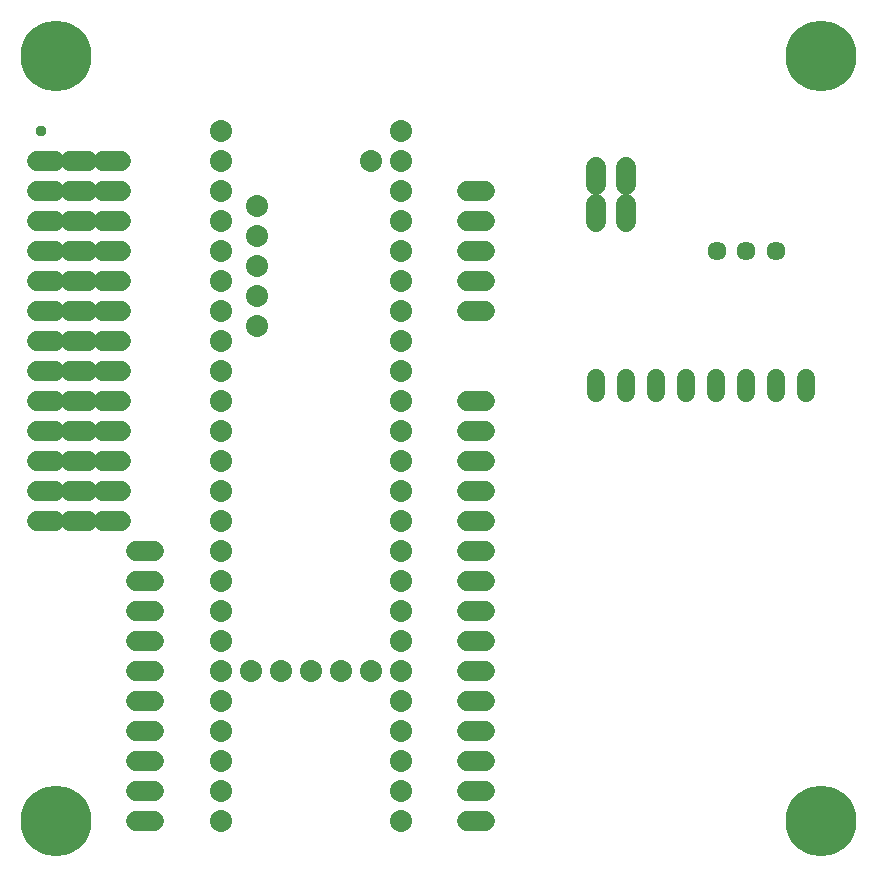
<source format=gbr>
G04 EAGLE Gerber RS-274X export*
G75*
%MOMM*%
%FSLAX34Y34*%
%LPD*%
%INSoldermask Bottom*%
%IPPOS*%
%AMOC8*
5,1,8,0,0,1.08239X$1,22.5*%
G01*
%ADD10C,1.868200*%
%ADD11C,1.727200*%
%ADD12C,1.611200*%
%ADD13C,1.524000*%
%ADD14C,3.403200*%
%ADD15C,6.000000*%
%ADD16C,0.959600*%


D10*
X190500Y584200D03*
X190500Y558800D03*
X190500Y533400D03*
X190500Y508000D03*
X190500Y482600D03*
X190500Y457200D03*
X190500Y431800D03*
X190500Y406400D03*
X190500Y381000D03*
X190500Y355600D03*
X190500Y330200D03*
X190500Y304800D03*
X342900Y304800D03*
X342900Y330200D03*
X342900Y355600D03*
X342900Y381000D03*
X342900Y406400D03*
X342900Y431800D03*
X342900Y457200D03*
X342900Y482600D03*
X342900Y508000D03*
X342900Y533400D03*
X342900Y558800D03*
X190500Y254000D03*
X190500Y228600D03*
X190500Y203200D03*
X190500Y177800D03*
X190500Y152400D03*
X190500Y127000D03*
X190500Y101600D03*
X190500Y76200D03*
X190500Y50800D03*
X342900Y50800D03*
X342900Y76200D03*
X342900Y101600D03*
X342900Y127000D03*
X342900Y152400D03*
X342900Y177800D03*
X342900Y203200D03*
X342900Y228600D03*
X342900Y254000D03*
X190500Y279400D03*
X215900Y177800D03*
X241300Y177800D03*
X266700Y177800D03*
X292100Y177800D03*
X317500Y177800D03*
X221000Y469900D03*
X221000Y495300D03*
X221000Y520700D03*
X221000Y546100D03*
X221000Y571500D03*
X342900Y584200D03*
X342900Y635000D03*
X190500Y609600D03*
X317500Y609600D03*
X342900Y279400D03*
X342900Y609600D03*
X190500Y635000D03*
D11*
X105410Y609600D02*
X90170Y609600D01*
X90170Y584200D02*
X105410Y584200D01*
X105410Y558800D02*
X90170Y558800D01*
X90170Y533400D02*
X105410Y533400D01*
X105410Y508000D02*
X90170Y508000D01*
X90170Y482600D02*
X105410Y482600D01*
X105410Y457200D02*
X90170Y457200D01*
X90170Y431800D02*
X105410Y431800D01*
X105410Y406400D02*
X90170Y406400D01*
X90170Y381000D02*
X105410Y381000D01*
X105410Y355600D02*
X90170Y355600D01*
X90170Y330200D02*
X105410Y330200D01*
X105410Y304800D02*
X90170Y304800D01*
X77470Y304800D02*
X62230Y304800D01*
X62230Y330200D02*
X77470Y330200D01*
X77470Y355600D02*
X62230Y355600D01*
X62230Y381000D02*
X77470Y381000D01*
X77470Y406400D02*
X62230Y406400D01*
X62230Y431800D02*
X77470Y431800D01*
X77470Y457200D02*
X62230Y457200D01*
X62230Y482600D02*
X77470Y482600D01*
X77470Y508000D02*
X62230Y508000D01*
X62230Y533400D02*
X77470Y533400D01*
X77470Y558800D02*
X62230Y558800D01*
X62230Y584200D02*
X77470Y584200D01*
X77470Y609600D02*
X62230Y609600D01*
X49530Y304800D02*
X34290Y304800D01*
X34290Y330200D02*
X49530Y330200D01*
X49530Y355600D02*
X34290Y355600D01*
X34290Y381000D02*
X49530Y381000D01*
X49530Y406400D02*
X34290Y406400D01*
X34290Y431800D02*
X49530Y431800D01*
X49530Y457200D02*
X34290Y457200D01*
X34290Y482600D02*
X49530Y482600D01*
X49530Y508000D02*
X34290Y508000D01*
X34290Y533400D02*
X49530Y533400D01*
X49530Y558800D02*
X34290Y558800D01*
X34290Y584200D02*
X49530Y584200D01*
X49530Y609600D02*
X34290Y609600D01*
D12*
X610000Y533400D03*
X635000Y533400D03*
X660000Y533400D03*
D11*
X133350Y279400D02*
X118110Y279400D01*
X118110Y254000D02*
X133350Y254000D01*
X133350Y228600D02*
X118110Y228600D01*
X118110Y203200D02*
X133350Y203200D01*
X133350Y177800D02*
X118110Y177800D01*
X118110Y152400D02*
X133350Y152400D01*
X133350Y127000D02*
X118110Y127000D01*
X118110Y101600D02*
X133350Y101600D01*
X133350Y76200D02*
X118110Y76200D01*
X118110Y50800D02*
X133350Y50800D01*
X398780Y279400D02*
X414020Y279400D01*
X414020Y254000D02*
X398780Y254000D01*
X398780Y228600D02*
X414020Y228600D01*
X414020Y203200D02*
X398780Y203200D01*
X398780Y177800D02*
X414020Y177800D01*
X414020Y152400D02*
X398780Y152400D01*
X398780Y127000D02*
X414020Y127000D01*
X414020Y101600D02*
X398780Y101600D01*
X398780Y76200D02*
X414020Y76200D01*
X414020Y50800D02*
X398780Y50800D01*
D13*
X508000Y412496D02*
X508000Y425704D01*
X533400Y425704D02*
X533400Y412496D01*
X558800Y412496D02*
X558800Y425704D01*
X584200Y425704D02*
X584200Y412496D01*
X609600Y412496D02*
X609600Y425704D01*
X635000Y425704D02*
X635000Y412496D01*
X660400Y412496D02*
X660400Y425704D01*
X685800Y425704D02*
X685800Y412496D01*
D11*
X414020Y406400D02*
X398780Y406400D01*
X398780Y381000D02*
X414020Y381000D01*
X414020Y355600D02*
X398780Y355600D01*
X398780Y330200D02*
X414020Y330200D01*
X414020Y304800D02*
X398780Y304800D01*
X398780Y584200D02*
X414020Y584200D01*
X414020Y558800D02*
X398780Y558800D01*
X398780Y533400D02*
X414020Y533400D01*
X414020Y508000D02*
X398780Y508000D01*
X398780Y482600D02*
X414020Y482600D01*
X508000Y557530D02*
X508000Y572770D01*
X533400Y572770D02*
X533400Y557530D01*
X508000Y589280D02*
X508000Y604520D01*
X533400Y604520D02*
X533400Y589280D01*
D14*
X50800Y698500D03*
D15*
X50800Y698500D03*
D14*
X50800Y50800D03*
D15*
X50800Y50800D03*
D14*
X698500Y50800D03*
D15*
X698500Y50800D03*
D14*
X698500Y698500D03*
D15*
X698500Y698500D03*
D16*
X38100Y635000D03*
M02*

</source>
